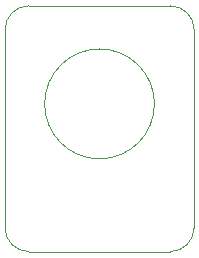
<source format=gbr>
%TF.GenerationSoftware,KiCad,Pcbnew,(5.1.6)-1*%
%TF.CreationDate,2020-07-27T22:26:39+01:00*%
%TF.ProjectId,enc-led,656e632d-6c65-4642-9e6b-696361645f70,rev?*%
%TF.SameCoordinates,Original*%
%TF.FileFunction,Profile,NP*%
%FSLAX46Y46*%
G04 Gerber Fmt 4.6, Leading zero omitted, Abs format (unit mm)*
G04 Created by KiCad (PCBNEW (5.1.6)-1) date 2020-07-27 22:26:39*
%MOMM*%
%LPD*%
G01*
G04 APERTURE LIST*
%TA.AperFunction,Profile*%
%ADD10C,0.050000*%
%TD*%
G04 APERTURE END LIST*
D10*
X32650000Y-28300000D02*
G75*
G03*
X32650000Y-28300000I-4650000J0D01*
G01*
X36000000Y-38800000D02*
G75*
G02*
X34000000Y-40800000I-2000000J0D01*
G01*
X22000000Y-40800000D02*
G75*
G02*
X20000000Y-38800000I0J2000000D01*
G01*
X34000000Y-20000000D02*
G75*
G02*
X36000000Y-22000000I0J-2000000D01*
G01*
X20000000Y-22000000D02*
G75*
G02*
X22000000Y-20000000I2000000J0D01*
G01*
X20000000Y-38800000D02*
X20000000Y-22000000D01*
X34000000Y-40800000D02*
X22000000Y-40800000D01*
X36000000Y-22000000D02*
X36000000Y-38800000D01*
X22000000Y-20000000D02*
X34000000Y-20000000D01*
M02*

</source>
